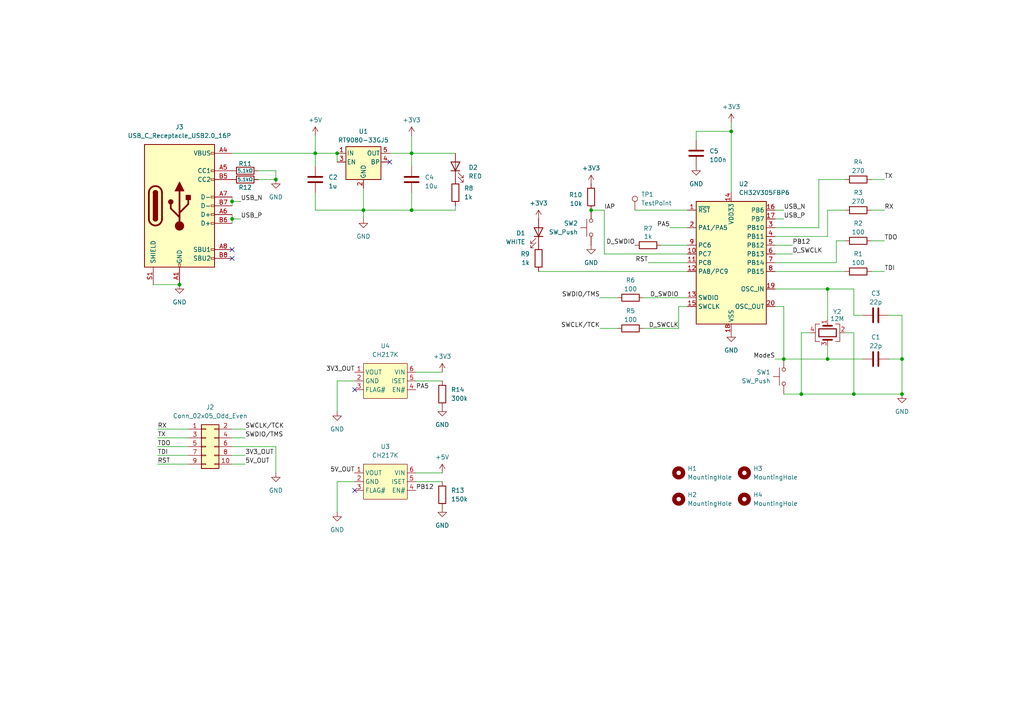
<source format=kicad_sch>
(kicad_sch (version 20231120) (generator "eeschema") (generator_version "8.0")
  (paper "A4")
  (title_block (title "WCH-LinkE Clone") (rev "v1.1.0"))
  (lib_symbols
    (symbol "CH217K:CH217K"
      (property "Reference" "U" (at 0 8.382 0))
      (property "Value" "CH217K" (at 0 6.35 0))
      (symbol "CH217K_1_1"
        (rectangle (start -6.35 5.08) (end 6.35 -5.08) (fill (type background)))
        (pin power_out line (at -8.89 2.54 0) (length 2.54) (name "VOUT") (number "1"))
        (pin power_in line (at -8.89 0 0) (length 2.54) (name "GND") (number "2"))
        (pin input line (at -8.89 -2.54 0) (length 2.54) (name "FLAG#") (number "3"))
        (pin input line (at 8.89 -2.54 180) (length 2.54) (name "EN#") (number "4"))
        (pin input line (at 8.89 0 180) (length 2.54) (name "ISET") (number "5"))
        (pin power_in line (at 8.89 2.54 180) (length 2.54) (name "VIN") (number "6"))
      )
    )
    (symbol "Connector:TestPoint" (pin_numbers hide) (pin_names (offset 0.762) hide)
      (property "Reference" "TP" (at 0 6.858 0))
      (property "Value" "TestPoint" (at 0 5.08 0))
      (symbol "TestPoint_0_1"
        (circle (center 0 3.302) (radius 0.762))
      )
      (symbol "TestPoint_1_1"
        (pin passive line (at 0 0 90) (length 2.54) (name "1") (number "1"))
      )
    )
    (symbol "Connector:USB_C_Receptacle_USB2.0_16P" (pin_names (offset 1.016))
      (property "Reference" "J" (at 0 22.225 0))
      (property "Value" "USB_C_Receptacle_USB2.0_16P" (at 0 19.685 0))
      (symbol "USB_C_Receptacle_USB2.0_16P_0_0"
        (rectangle (start -0.254 -17.78) (end 0.254 -16.764))
        (rectangle (start 10.16 -14.986) (end 9.144 -15.494))
        (rectangle (start 10.16 -12.446) (end 9.144 -12.954))
        (rectangle (start 10.16 -4.826) (end 9.144 -5.334))
        (rectangle (start 10.16 -2.286) (end 9.144 -2.794))
        (rectangle (start 10.16 0.254) (end 9.144 -0.254))
        (rectangle (start 10.16 2.794) (end 9.144 2.286))
        (rectangle (start 10.16 7.874) (end 9.144 7.366))
        (rectangle (start 10.16 10.414) (end 9.144 9.906))
        (rectangle (start 10.16 15.494) (end 9.144 14.986))
      )
      (symbol "USB_C_Receptacle_USB2.0_16P_0_1"
        (rectangle (start -10.16 17.78) (end 10.16 -17.78) (stroke (width 0.254)) (fill (type background)))
        (arc (start -8.89 -3.81) (mid -6.985 -5.7067) (end -5.08 -3.81) (stroke (width 0.508)))
        (arc (start -7.62 -3.81) (mid -6.985 -4.4423) (end -6.35 -3.81) (stroke (width 0.254)))
        (arc (start -7.62 -3.81) (mid -6.985 -4.4423) (end -6.35 -3.81) (stroke (width 0.254)) (fill (type outline)))
        (rectangle (start -7.62 -3.81) (end -6.35 3.81) (stroke (width 0.254)) (fill (type outline)))
        (arc (start -6.35 3.81) (mid -6.985 4.4423) (end -7.62 3.81) (stroke (width 0.254)))
        (arc (start -6.35 3.81) (mid -6.985 4.4423) (end -7.62 3.81) (stroke (width 0.254)) (fill (type outline)))
        (arc (start -5.08 3.81) (mid -6.985 5.7067) (end -8.89 3.81) (stroke (width 0.508)))
        (circle (center -2.54 1.143) (radius 0.635) (stroke (width 0.254)) (fill (type outline)))
        (circle (center 0 -5.842) (radius 1.27) (fill (type outline)))
        (polyline (pts (xy -8.89 -3.81) (xy -8.89 3.81)) (stroke (width 0.508)))
        (polyline (pts (xy -5.08 3.81) (xy -5.08 -3.81)) (stroke (width 0.508)))
        (polyline (pts (xy 0 -5.842) (xy 0 4.318)) (stroke (width 0.508)))
        (polyline (pts (xy 0 -3.302) (xy -2.54 -0.762) (xy -2.54 0.508)) (stroke (width 0.508)))
        (polyline (pts (xy 0 -2.032) (xy 2.54 0.508) (xy 2.54 1.778)) (stroke (width 0.508)))
        (polyline (pts (xy -1.27 4.318) (xy 0 6.858) (xy 1.27 4.318) (xy -1.27 4.318)) (stroke (width 0.254)) (fill (type outline)))
        (rectangle (start 1.905 1.778) (end 3.175 3.048) (stroke (width 0.254)) (fill (type outline)))
      )
      (symbol "USB_C_Receptacle_USB2.0_16P_1_1"
        (pin passive line (at 0 -22.86 90) (length 5.08) (name "GND") (number "A1"))
        (pin passive line (at 0 -22.86 90) (length 5.08) hide (name "GND") (number "A12"))
        (pin passive line (at 15.24 15.24 180) (length 5.08) (name "VBUS") (number "A4"))
        (pin bidirectional line (at 15.24 10.16 180) (length 5.08) (name "CC1") (number "A5"))
        (pin bidirectional line (at 15.24 -2.54 180) (length 5.08) (name "D+") (number "A6"))
        (pin bidirectional line (at 15.24 2.54 180) (length 5.08) (name "D-") (number "A7"))
        (pin bidirectional line (at 15.24 -12.7 180) (length 5.08) (name "SBU1") (number "A8"))
        (pin passive line (at 15.24 15.24 180) (length 5.08) hide (name "VBUS") (number "A9"))
        (pin passive line (at 0 -22.86 90) (length 5.08) hide (name "GND") (number "B1"))
        (pin passive line (at 0 -22.86 90) (length 5.08) hide (name "GND") (number "B12"))
        (pin passive line (at 15.24 15.24 180) (length 5.08) hide (name "VBUS") (number "B4"))
        (pin bidirectional line (at 15.24 7.62 180) (length 5.08) (name "CC2") (number "B5"))
        (pin bidirectional line (at 15.24 -5.08 180) (length 5.08) (name "D+") (number "B6"))
        (pin bidirectional line (at 15.24 0 180) (length 5.08) (name "D-") (number "B7"))
        (pin bidirectional line (at 15.24 -15.24 180) (length 5.08) (name "SBU2") (number "B8"))
        (pin passive line (at 15.24 15.24 180) (length 5.08) hide (name "VBUS") (number "B9"))
        (pin passive line (at -7.62 -22.86 90) (length 5.08) (name "SHIELD") (number "S1"))
      )
    )
    (symbol "Connector_Generic:Conn_02x05_Odd_Even" (pin_names (offset 1.016) hide)
      (property "Reference" "J" (at 1.27 7.62 0))
      (property "Value" "Conn_02x05_Odd_Even" (at 1.27 -7.62 0))
      (symbol "Conn_02x05_Odd_Even_1_1"
        (rectangle (start -1.27 -4.953) (end 0 -5.207) (stroke (width 0.1524)))
        (rectangle (start -1.27 -2.413) (end 0 -2.667) (stroke (width 0.1524)))
        (rectangle (start -1.27 0.127) (end 0 -0.127) (stroke (width 0.1524)))
        (rectangle (start -1.27 2.667) (end 0 2.413) (stroke (width 0.1524)))
        (rectangle (start -1.27 5.207) (end 0 4.953) (stroke (width 0.1524)))
        (rectangle (start -1.27 6.35) (end 3.81 -6.35) (stroke (width 0.254)) (fill (type background)))
        (rectangle (start 3.81 -4.953) (end 2.54 -5.207) (stroke (width 0.1524)))
        (rectangle (start 3.81 -2.413) (end 2.54 -2.667) (stroke (width 0.1524)))
        (rectangle (start 3.81 0.127) (end 2.54 -0.127) (stroke (width 0.1524)))
        (rectangle (start 3.81 2.667) (end 2.54 2.413) (stroke (width 0.1524)))
        (rectangle (start 3.81 5.207) (end 2.54 4.953) (stroke (width 0.1524)))
        (pin passive line (at -5.08 5.08 0) (length 3.81) (name "Pin_1") (number "1"))
        (pin passive line (at 7.62 -5.08 180) (length 3.81) (name "Pin_10") (number "10"))
        (pin passive line (at 7.62 5.08 180) (length 3.81) (name "Pin_2") (number "2"))
        (pin passive line (at -5.08 2.54 0) (length 3.81) (name "Pin_3") (number "3"))
        (pin passive line (at 7.62 2.54 180) (length 3.81) (name "Pin_4") (number "4"))
        (pin passive line (at -5.08 0 0) (length 3.81) (name "Pin_5") (number "5"))
        (pin passive line (at 7.62 0 180) (length 3.81) (name "Pin_6") (number "6"))
        (pin passive line (at -5.08 -2.54 0) (length 3.81) (name "Pin_7") (number "7"))
        (pin passive line (at 7.62 -2.54 180) (length 3.81) (name "Pin_8") (number "8"))
        (pin passive line (at -5.08 -5.08 0) (length 3.81) (name "Pin_9") (number "9"))
      )
    )
    (symbol "Device:C" (pin_numbers hide) (pin_names (offset 0.254))
      (property "Reference" "C" (at 0.635 2.54 0))
      (property "Value" "C" (at 0.635 -2.54 0))
      (symbol "C_0_1"
        (polyline (pts (xy -2.032 -0.762) (xy 2.032 -0.762)) (stroke (width 0.508)))
        (polyline (pts (xy -2.032 0.762) (xy 2.032 0.762)) (stroke (width 0.508)))
      )
      (symbol "C_1_1"
        (pin passive line (at 0 3.81 270) (length 2.794) (name "~") (number "1"))
        (pin passive line (at 0 -3.81 90) (length 2.794) (name "~") (number "2"))
      )
    )
    (symbol "Device:Crystal_GND24" (pin_names (offset 1.016) hide)
      (property "Reference" "Y" (at 3.175 5.08 0))
      (property "Value" "Crystal_GND24" (at 3.175 3.175 0))
      (symbol "Crystal_GND24_0_1"
        (rectangle (start -1.143 2.54) (end 1.143 -2.54) (stroke (width 0.3048)))
        (polyline (pts (xy -2.54 0) (xy -2.032 0)))
        (polyline (pts (xy -2.032 -1.27) (xy -2.032 1.27)) (stroke (width 0.508)))
        (polyline (pts (xy 0 -3.81) (xy 0 -3.556)))
        (polyline (pts (xy 0 3.556) (xy 0 3.81)))
        (polyline (pts (xy 2.032 -1.27) (xy 2.032 1.27)) (stroke (width 0.508)))
        (polyline (pts (xy 2.032 0) (xy 2.54 0)))
        (polyline (pts (xy -2.54 -2.286) (xy -2.54 -3.556) (xy 2.54 -3.556) (xy 2.54 -2.286)))
        (polyline (pts (xy -2.54 2.286) (xy -2.54 3.556) (xy 2.54 3.556) (xy 2.54 2.286)))
      )
      (symbol "Crystal_GND24_1_1"
        (pin passive line (at -3.81 0 0) (length 1.27) (name "1") (number "1"))
        (pin passive line (at 0 5.08 270) (length 1.27) (name "2") (number "2"))
        (pin passive line (at 3.81 0 180) (length 1.27) (name "3") (number "3"))
        (pin passive line (at 0 -5.08 90) (length 1.27) (name "4") (number "4"))
      )
    )
    (symbol "Device:LED" (pin_numbers hide) (pin_names (offset 1.016) hide)
      (property "Reference" "D" (at 0 2.54 0))
      (property "Value" "LED" (at 0 -2.54 0))
      (symbol "LED_0_1"
        (polyline (pts (xy -1.27 -1.27) (xy -1.27 1.27)) (stroke (width 0.254)))
        (polyline (pts (xy -1.27 0) (xy 1.27 0)))
        (polyline (pts (xy 1.27 -1.27) (xy 1.27 1.27) (xy -1.27 0) (xy 1.27 -1.27)) (stroke (width 0.254)))
        (polyline (pts (xy -3.048 -0.762) (xy -4.572 -2.286) (xy -3.81 -2.286) (xy -4.572 -2.286) (xy -4.572 -1.524)))
        (polyline (pts (xy -1.778 -0.762) (xy -3.302 -2.286) (xy -2.54 -2.286) (xy -3.302 -2.286) (xy -3.302 -1.524)))
      )
      (symbol "LED_1_1"
        (pin passive line (at -3.81 0 0) (length 2.54) (name "K") (number "1"))
        (pin passive line (at 3.81 0 180) (length 2.54) (name "A") (number "2"))
      )
    )
    (symbol "Device:R" (pin_numbers hide) (pin_names (offset 0))
      (property "Reference" "R" (at 2.032 0 90))
      (property "Value" "R" (at 0 0 90))
      (symbol "R_0_1"
        (rectangle (start -1.016 -2.54) (end 1.016 2.54) (stroke (width 0.254)))
      )
      (symbol "R_1_1"
        (pin passive line (at 0 3.81 270) (length 1.27) (name "~") (number "1"))
        (pin passive line (at 0 -3.81 90) (length 1.27) (name "~") (number "2"))
      )
    )
    (symbol "MCU_WCH_CH32V3:CH32V30xFxPx"
      (property "Reference" "U" (at -10.16 20.32 0))
      (property "Value" "CH32V30xFxPx" (at 2.54 20.32 0))
      (symbol "CH32V30xFxPx_1_1"
        (rectangle (start -10.16 17.78) (end 10.16 -17.78) (stroke (width 0.254)) (fill (type background)))
        (pin input line (at -12.7 15.24 0) (length 2.54) (name "~{RST}") (number "1"))
        (pin bidirectional line (at -12.7 2.54 0) (length 2.54) (name "PC7") (number "10"))
        (pin bidirectional line (at -12.7 0 0) (length 2.54) (name "PC8") (number "11"))
        (pin bidirectional line (at -12.7 -2.54 0) (length 2.54) (name "PA8/PC9") (number "12"))
        (pin bidirectional line (at -12.7 -10.16 0) (length 2.54) (name "SWDIO") (number "13"))
        (pin power_in line (at 0 20.32 270) (length 2.54) (name "VDD33") (number "14"))
        (pin bidirectional line (at -12.7 -12.7 0) (length 2.54) (name "SWCLK") (number "15"))
        (pin bidirectional line (at 12.7 15.24 180) (length 2.54) (name "PB6") (number "16"))
        (pin bidirectional line (at 12.7 12.7 180) (length 2.54) (name "PB7") (number "17"))
        (pin power_in line (at 0 -20.32 90) (length 2.54) (name "VSS") (number "18"))
        (pin bidirectional line (at 12.7 -7.62 180) (length 2.54) (name "OSC_IN") (number "19"))
        (pin bidirectional line (at -12.7 10.16 0) (length 2.54) (name "PA1/PA5") (number "2"))
        (pin bidirectional line (at 12.7 -12.7 180) (length 2.54) (name "OSC_OUT") (number "20"))
        (pin bidirectional line (at 12.7 10.16 180) (length 2.54) (name "PB10") (number "3"))
        (pin bidirectional line (at 12.7 7.62 180) (length 2.54) (name "PB11") (number "4"))
        (pin bidirectional line (at 12.7 5.08 180) (length 2.54) (name "PB12") (number "5"))
        (pin bidirectional line (at 12.7 2.54 180) (length 2.54) (name "PB13") (number "6"))
        (pin bidirectional line (at 12.7 0 180) (length 2.54) (name "PB14") (number "7"))
        (pin bidirectional line (at 12.7 -2.54 180) (length 2.54) (name "PB15") (number "8"))
        (pin bidirectional line (at -12.7 5.08 0) (length 2.54) (name "PC6") (number "9"))
      )
    )
    (symbol "Mechanical:MountingHole" (pin_names (offset 1.016)) (exclude_from_sim yes) (in_bom no)
      (property "Reference" "H" (at 0 5.08 0))
      (property "Value" "MountingHole" (at 0 3.175 0))
      (symbol "MountingHole_0_1"
        (circle (center 0 0) (radius 1.27) (stroke (width 1.27)))
      )
    )
    (symbol "Regulator_Linear:SPX3819M5-L-3-3" (pin_names (offset 0.254))
      (property "Reference" "U" (at -3.81 5.715 0))
      (property "Value" "SPX3819M5-L-3-3" (at 0 5.715 0))
      (symbol "SPX3819M5-L-3-3_0_1"
        (rectangle (start -5.08 4.445) (end 5.08 -5.08) (stroke (width 0.254)) (fill (type background)))
      )
      (symbol "SPX3819M5-L-3-3_1_1"
        (pin power_in line (at -7.62 2.54 0) (length 2.54) (name "IN") (number "1"))
        (pin power_in line (at 0 -7.62 90) (length 2.54) (name "GND") (number "2"))
        (pin input line (at -7.62 0 0) (length 2.54) (name "EN") (number "3"))
        (pin input line (at 7.62 0 180) (length 2.54) (name "BP") (number "4"))
        (pin power_out line (at 7.62 2.54 180) (length 2.54) (name "OUT") (number "5"))
      )
    )
    (symbol "Switch:SW_Push" (pin_numbers hide) (pin_names (offset 1.016) hide)
      (property "Reference" "SW" (at 1.27 2.54 0))
      (property "Value" "SW_Push" (at 0 -1.524 0))
      (symbol "SW_Push_0_1"
        (circle (center -2.032 0) (radius 0.508))
        (polyline (pts (xy 0 1.27) (xy 0 3.048)))
        (polyline (pts (xy 2.54 1.27) (xy -2.54 1.27)))
        (circle (center 2.032 0) (radius 0.508))
        (pin passive line (at -5.08 0 0) (length 2.54) (name "1") (number "1"))
        (pin passive line (at 5.08 0 180) (length 2.54) (name "2") (number "2"))
      )
    )
    (symbol "power:+3V3" (power) (pin_numbers hide) (pin_names (offset 0) hide)
      (property "Value" "+3V3" (at 0 3.556 0))
      (symbol "+3V3_0_1"
        (polyline (pts (xy -0.762 1.27) (xy 0 2.54)))
        (polyline (pts (xy 0 0) (xy 0 2.54)))
        (polyline (pts (xy 0 2.54) (xy 0.762 1.27)))
      )
      (symbol "+3V3_1_1"
        (pin power_in line (at 0 0 90) (length 0) (name "~") (number "1"))
      )
    )
    (symbol "power:+5V" (power) (pin_numbers hide) (pin_names (offset 0) hide)
      (property "Value" "+5V" (at 0 3.556 0))
      (symbol "+5V_0_1"
        (polyline (pts (xy -0.762 1.27) (xy 0 2.54)))
        (polyline (pts (xy 0 0) (xy 0 2.54)))
        (polyline (pts (xy 0 2.54) (xy 0.762 1.27)))
      )
      (symbol "+5V_1_1"
        (pin power_in line (at 0 0 90) (length 0) (name "~") (number "1"))
      )
    )
    (symbol "power:GND" (power) (pin_numbers hide) (pin_names (offset 0) hide)
      (property "Value" "GND" (at 0 -3.81 0))
      (symbol "GND_0_1"
        (polyline (pts (xy 0 0) (xy 0 -1.27) (xy 1.27 -1.27) (xy 0 -2.54) (xy -1.27 -1.27) (xy 0 -1.27)))
      )
      (symbol "GND_1_1"
        (pin power_in line (at 0 0 270) (length 0) (name "~") (number "1"))
      )
    )
  )
  (junction (at 105.41 60.96))
  (junction (at 227.33 104.14))
  (junction (at 261.62 114.3))
  (junction (at 67.31 58.42))
  (junction (at 52.07 82.55))
  (junction (at 91.44 44.45))
  (junction (at 212.09 38.1))
  (junction (at 67.31 63.5))
  (junction (at 119.38 44.45))
  (junction (at 80.01 52.07))
  (junction (at 261.62 104.14))
  (junction (at 240.03 104.14))
  (junction (at 247.65 114.3))
  (junction (at 97.79 44.45))
  (junction (at 171.45 60.96))
  (junction (at 119.38 60.96))
  (junction (at 240.03 83.82))
  (junction (at 232.41 114.3))
  (no_connect (at 113.03 46.99))
  (no_connect (at 67.31 72.39))
  (no_connect (at 102.87 142.24))
  (no_connect (at 67.31 74.93))
  (no_connect (at 102.87 113.03))
  (wire (pts (xy 132.08 59.69) (xy 132.08 60.96)))
  (wire (pts (xy 245.11 96.52) (xy 247.65 96.52)))
  (wire (pts (xy 91.44 44.45) (xy 97.79 44.45)))
  (wire (pts (xy 247.65 114.3) (xy 261.62 114.3)))
  (wire (pts (xy 212.09 38.1) (xy 212.09 55.88)))
  (wire (pts (xy 156.21 78.74) (xy 199.39 78.74)))
  (wire (pts (xy 224.79 104.14) (xy 227.33 104.14)))
  (wire (pts (xy 45.72 134.62) (xy 54.61 134.62)))
  (wire (pts (xy 175.26 60.96) (xy 171.45 60.96)))
  (wire (pts (xy 67.31 134.62) (xy 71.12 134.62)))
  (wire (pts (xy 97.79 110.49) (xy 102.87 110.49)))
  (wire (pts (xy 194.31 66.04) (xy 199.39 66.04)))
  (wire (pts (xy 119.38 55.88) (xy 119.38 60.96)))
  (wire (pts (xy 97.79 148.59) (xy 97.79 139.7)))
  (wire (pts (xy 113.03 44.45) (xy 119.38 44.45)))
  (wire (pts (xy 196.85 95.25) (xy 196.85 88.9)))
  (wire (pts (xy 45.72 132.08) (xy 54.61 132.08)))
  (wire (pts (xy 256.54 78.74) (xy 252.73 78.74)))
  (wire (pts (xy 224.79 66.04) (xy 237.49 66.04)))
  (wire (pts (xy 227.33 104.14) (xy 240.03 104.14)))
  (wire (pts (xy 69.85 63.5) (xy 67.31 63.5)))
  (wire (pts (xy 227.33 88.9) (xy 224.79 88.9)))
  (wire (pts (xy 247.65 96.52) (xy 247.65 114.3)))
  (wire (pts (xy 240.03 83.82) (xy 247.65 83.82)))
  (wire (pts (xy 105.41 63.5) (xy 105.41 60.96)))
  (wire (pts (xy 67.31 132.08) (xy 71.12 132.08)))
  (wire (pts (xy 119.38 44.45) (xy 132.08 44.45)))
  (wire (pts (xy 67.31 63.5) (xy 67.31 64.77)))
  (wire (pts (xy 71.12 124.46) (xy 67.31 124.46)))
  (wire (pts (xy 105.41 54.61) (xy 105.41 60.96)))
  (wire (pts (xy 67.31 62.23) (xy 67.31 63.5)))
  (wire (pts (xy 175.26 73.66) (xy 199.39 73.66)))
  (wire (pts (xy 45.72 127) (xy 54.61 127)))
  (wire (pts (xy 227.33 88.9) (xy 227.33 104.14)))
  (wire (pts (xy 247.65 91.44) (xy 250.19 91.44)))
  (wire (pts (xy 119.38 60.96) (xy 132.08 60.96)))
  (wire (pts (xy 91.44 39.37) (xy 91.44 44.45)))
  (wire (pts (xy 240.03 100.33) (xy 240.03 104.14)))
  (wire (pts (xy 45.72 129.54) (xy 54.61 129.54)))
  (wire (pts (xy 232.41 96.52) (xy 232.41 114.3)))
  (wire (pts (xy 240.03 68.58) (xy 224.79 68.58)))
  (wire (pts (xy 128.27 139.7) (xy 120.65 139.7)))
  (wire (pts (xy 67.31 129.54) (xy 80.01 129.54)))
  (wire (pts (xy 128.27 107.95) (xy 120.65 107.95)))
  (wire (pts (xy 67.31 58.42) (xy 67.31 59.69)))
  (wire (pts (xy 97.79 139.7) (xy 102.87 139.7)))
  (wire (pts (xy 227.33 60.96) (xy 224.79 60.96)))
  (wire (pts (xy 186.69 86.36) (xy 199.39 86.36)))
  (wire (pts (xy 232.41 114.3) (xy 247.65 114.3)))
  (wire (pts (xy 187.96 76.2) (xy 199.39 76.2)))
  (wire (pts (xy 97.79 119.38) (xy 97.79 110.49)))
  (wire (pts (xy 128.27 110.49) (xy 120.65 110.49)))
  (wire (pts (xy 237.49 52.07) (xy 237.49 66.04)))
  (wire (pts (xy 119.38 39.37) (xy 119.38 44.45)))
  (wire (pts (xy 80.01 52.07) (xy 74.93 52.07)))
  (wire (pts (xy 240.03 83.82) (xy 240.03 92.71)))
  (wire (pts (xy 45.72 124.46) (xy 54.61 124.46)))
  (wire (pts (xy 67.31 44.45) (xy 91.44 44.45)))
  (wire (pts (xy 67.31 57.15) (xy 67.31 58.42)))
  (wire (pts (xy 227.33 63.5) (xy 224.79 63.5)))
  (wire (pts (xy 201.93 38.1) (xy 212.09 38.1)))
  (wire (pts (xy 252.73 52.07) (xy 256.54 52.07)))
  (wire (pts (xy 119.38 44.45) (xy 119.38 48.26)))
  (wire (pts (xy 240.03 60.96) (xy 240.03 68.58)))
  (wire (pts (xy 227.33 114.3) (xy 232.41 114.3)))
  (wire (pts (xy 175.26 73.66) (xy 175.26 60.96)))
  (wire (pts (xy 261.62 91.44) (xy 261.62 104.14)))
  (wire (pts (xy 97.79 44.45) (xy 97.79 46.99)))
  (wire (pts (xy 91.44 60.96) (xy 105.41 60.96)))
  (wire (pts (xy 245.11 69.85) (xy 242.57 69.85)))
  (wire (pts (xy 179.07 86.36) (xy 173.99 86.36)))
  (wire (pts (xy 242.57 76.2) (xy 224.79 76.2)))
  (wire (pts (xy 128.27 137.16) (xy 120.65 137.16)))
  (wire (pts (xy 69.85 58.42) (xy 67.31 58.42)))
  (wire (pts (xy 67.31 127) (xy 71.12 127)))
  (wire (pts (xy 105.41 60.96) (xy 119.38 60.96)))
  (wire (pts (xy 80.01 49.53) (xy 80.01 52.07)))
  (wire (pts (xy 247.65 83.82) (xy 247.65 91.44)))
  (wire (pts (xy 261.62 91.44) (xy 257.81 91.44)))
  (wire (pts (xy 232.41 96.52) (xy 234.95 96.52)))
  (wire (pts (xy 91.44 55.88) (xy 91.44 60.96)))
  (wire (pts (xy 240.03 104.14) (xy 250.19 104.14)))
  (wire (pts (xy 237.49 52.07) (xy 245.11 52.07)))
  (wire (pts (xy 229.87 71.12) (xy 224.79 71.12)))
  (wire (pts (xy 44.45 82.55) (xy 52.07 82.55)))
  (wire (pts (xy 229.87 73.66) (xy 224.79 73.66)))
  (wire (pts (xy 196.85 88.9) (xy 199.39 88.9)))
  (wire (pts (xy 173.99 95.25) (xy 179.07 95.25)))
  (wire (pts (xy 80.01 129.54) (xy 80.01 137.16)))
  (wire (pts (xy 261.62 104.14) (xy 257.81 104.14)))
  (wire (pts (xy 186.69 95.25) (xy 196.85 95.25)))
  (wire (pts (xy 184.15 60.96) (xy 199.39 60.96)))
  (wire (pts (xy 91.44 44.45) (xy 91.44 48.26)))
  (wire (pts (xy 80.01 49.53) (xy 74.93 49.53)))
  (wire (pts (xy 212.09 35.56) (xy 212.09 38.1)))
  (wire (pts (xy 242.57 69.85) (xy 242.57 76.2)))
  (wire (pts (xy 252.73 69.85) (xy 256.54 69.85)))
  (wire (pts (xy 191.77 71.12) (xy 199.39 71.12)))
  (wire (pts (xy 245.11 60.96) (xy 240.03 60.96)))
  (wire (pts (xy 261.62 104.14) (xy 261.62 114.3)))
  (wire (pts (xy 224.79 83.82) (xy 240.03 83.82)))
  (wire (pts (xy 201.93 38.1) (xy 201.93 40.64)))
  (wire (pts (xy 245.11 78.74) (xy 224.79 78.74)))
  (wire (pts (xy 252.73 60.96) (xy 256.54 60.96)))
  (label "D_SWDIO" (at 184.15 71.12 180))
  (label "SWDIO{slash}TMS" (at 173.99 86.36 180))
  (label "5V_OUT" (at 102.87 137.16 180))
  (label "RST" (at 45.72 134.62 0))
  (label "SWCLK{slash}TCK" (at 173.99 95.25 180))
  (label "ModeS" (at 224.79 104.14 180))
  (label "USB_N" (at 69.85 58.42 0))
  (label "RST" (at 187.96 76.2 180))
  (label "D_SWDIO" (at 196.85 86.36 180))
  (label "TX" (at 256.54 52.07 0))
  (label "PB12" (at 229.87 71.12 0))
  (label "USB_N" (at 227.33 60.96 0))
  (label "TDO" (at 45.72 129.54 0))
  (label "3V3_OUT" (at 102.87 107.95 180))
  (label "RX" (at 256.54 60.96 0))
  (label "TX" (at 45.72 127 0))
  (label "USB_P" (at 227.33 63.5 0))
  (label "RX" (at 45.72 124.46 0))
  (label "PA5" (at 120.65 113.03 0))
  (label "PB12" (at 120.65 142.24 0))
  (label "USB_P" (at 69.85 63.5 0))
  (label "SWCLK{slash}TCK" (at 71.12 124.46 0))
  (label "TDI" (at 256.54 78.74 0))
  (label "D_SWCLK" (at 196.85 95.25 180))
  (label "D_SWCLK" (at 229.87 73.66 0))
  (label "PA5" (at 194.31 66.04 180))
  (label "IAP" (at 175.26 60.96 0))
  (label "TDO" (at 256.54 69.85 0))
  (label "TDI" (at 45.72 132.08 0))
  (label "3V3_OUT" (at 71.12 132.08 0))
  (label "SWDIO{slash}TMS" (at 71.12 127 0))
  (label "5V_OUT" (at 71.12 134.62 0))
  (symbol (lib_id "Device:R") (at 128.27 143.51 0) (unit 1)
    (property "Reference" "R13" (at 130.81 142.2399 0) (effects (justify left)))
    (property "Value" "150k" (at 130.81 144.7799 0) (effects (justify left)))
    (property "Footprint" "Resistor_SMD:R_0603_1608Metric" (effects (hide yes)))
    (property "LCSC" "C22807" (effects (hide yes)))
  )
  (symbol (lib_id "Device:R") (at 248.92 60.96 90) (mirror x) (unit 1)
    (property "Reference" "R3" (at 248.92 55.88 90))
    (property "Value" "270" (at 248.92 58.42 90))
    (property "Footprint" "Resistor_SMD:R_0603_1608Metric" (effects (hide yes)))
    (property "LCSC" "C22966" (effects (hide yes)))
  )
  (symbol (lib_id "CH217K:CH217K") (at 111.76 110.49 0) (unit 1)
    (property "Reference" "U4" (at 111.76 100.33 0))
    (property "Value" "CH217K" (at 111.76 102.87 0))
    (property "Footprint" "Package_TO_SOT_SMD:SOT-23-6" (effects (hide yes)))
    (property "Datasheet" "https://akizukidenshi.com/goodsaffix/CH217.pdf" (effects (hide yes)))
    (property "Description" "SOT-23-6 Power Distribution Switches ROHS" (effects (hide yes)))
    (property "LCSC" "C7462749" (effects (hide yes)))
    (property "JLCPCB Rotation Offset" "90" (effects (hide yes)))
  )
  (symbol (lib_id "Device:R") (at 132.08 55.88 0) (unit 1)
    (property "Reference" "R8" (at 134.62 54.61 0) (effects (justify left)))
    (property "Value" "1k" (at 134.62 57.15 0) (effects (justify left)))
    (property "Footprint" "Resistor_SMD:R_0402_1005Metric" (effects (hide yes)))
    (property "LCSC" "C11702" (effects (hide yes)))
  )
  (symbol (lib_id "Device:C") (at 254 104.14 270) (unit 1)
    (property "Reference" "C1" (at 254 97.79 90))
    (property "Value" "22p" (at 254 100.33 90))
    (property "Footprint" "Capacitor_SMD:C_0402_1005Metric" (effects (hide yes)))
    (property "LCSC" "C1555" (effects (hide yes)))
  )
  (symbol (lib_id "Device:R") (at 187.96 71.12 90) (unit 1)
    (property "Reference" "R7" (at 187.96 66.294 90))
    (property "Value" "1k" (at 187.96 68.58 90))
    (property "Footprint" "Resistor_SMD:R_0402_1005Metric" (effects (hide yes)))
    (property "LCSC" "C11702" (effects (hide yes)))
  )
  (symbol (lib_id "Connector:TestPoint") (at 184.15 60.96 0) (unit 1) (in_bom no)
    (property "Reference" "TP1" (at 185.928 56.388 0) (effects (justify left)))
    (property "Value" "TestPoint" (at 185.928 58.928 0) (effects (justify left)))
    (property "Footprint" "TestPoint:TestPoint_Pad_D1.5mm" (effects (hide yes)))
    (property "Description" "test point" (effects (hide yes)))
  )
  (symbol (lib_id "Device:C") (at 254 91.44 270) (unit 1)
    (property "Reference" "C3" (at 254 85.09 90))
    (property "Value" "22p" (at 254 87.63 90))
    (property "Footprint" "Capacitor_SMD:C_0402_1005Metric" (effects (hide yes)))
    (property "LCSC" "C1555" (effects (hide yes)))
  )
  (symbol (lib_id "Regulator_Linear:SPX3819M5-L-3-3") (at 105.41 46.99 0) (unit 1)
    (property "Reference" "U1" (at 105.41 38.1 0))
    (property "Value" "RT9080-33GJ5" (at 105.41 40.64 0))
    (property "Footprint" "Package_TO_SOT_SMD:TSOT-23-5" (effects (hide yes)))
    (property "Datasheet" "https://www.lcsc.com/datasheet/lcsc_datasheet_2009192305_Richtek-Tech-RT9080-33GJ5_C841192.pdf" (effects (hide yes)))
    (property "Description" "600mA Low drop-out regulator, Fixed Output 3.3V, TSOT-23-5" (effects (hide yes)))
    (property "LCSC" "C841192" (effects (hide yes)))
    (property "JLCPCB Rotation Offset" "90" (effects (hide yes)))
  )
  (symbol (lib_id "power:GND") (at 52.07 82.55 0) (unit 1)
    (property "Reference" "#PWR05" (effects (hide yes)))
    (property "Value" "GND" (at 52.07 87.63 0))
  )
  (symbol (lib_id "power:+3V3") (at 119.38 39.37 0) (unit 1)
    (property "Reference" "#PWR018" (effects (hide yes)))
    (property "Value" "+3V3" (at 119.38 34.798 0))
    (property "Description" "Power symbol creates a global label with name \"+3V3\"" (effects (hide yes)))
  )
  (symbol (lib_id "power:GND") (at 201.93 48.26 0) (unit 1)
    (property "Reference" "#PWR010" (effects (hide yes)))
    (property "Value" "GND" (at 201.93 53.34 0))
    (property "Description" "Power symbol creates a global label with name \"GND\" , ground" (effects (hide yes)))
  )
  (symbol (lib_id "Device:R") (at 71.12 49.53 270) (unit 1)
    (property "Reference" "R11" (at 71.12 47.498 90))
    (property "Value" "5.1kΩ" (at 71.12 49.53 90) (effects (font (size 1.016 1.016))))
    (property "Footprint" "Resistor_SMD:R_0402_1005Metric" (effects (hide yes)))
    (property "LCSC" "C25905" (effects (hide yes)))
  )
  (symbol (lib_id "Device:R") (at 71.12 52.07 270) (unit 1)
    (property "Reference" "R12" (at 71.12 54.356 90))
    (property "Value" "5.1kΩ" (at 71.12 52.07 90) (effects (font (size 1.016 1.016))))
    (property "Footprint" "Resistor_SMD:R_0402_1005Metric" (effects (hide yes)))
    (property "LCSC" "C25905" (effects (hide yes)))
  )
  (symbol (lib_id "power:GND") (at 105.41 63.5 0) (unit 1)
    (property "Reference" "#PWR016" (effects (hide yes)))
    (property "Value" "GND" (at 105.41 68.58 0))
    (property "Description" "Power symbol creates a global label with name \"GND\" , ground" (effects (hide yes)))
  )
  (symbol (lib_id "Switch:SW_Push") (at 227.33 109.22 90) (mirror x) (unit 1)
    (property "Reference" "SW1" (at 223.52 107.95 90) (effects (justify left)))
    (property "Value" "SW_Push" (at 223.52 110.49 90) (effects (justify left)))
    (property "Footprint" "Switch:TS-1088-AR02016" (effects (hide yes)))
    (property "LCSC" "C720477" (effects (hide yes)))
  )
  (symbol (lib_id "power:GND") (at 171.45 71.12 0) (unit 1)
    (property "Reference" "#PWR01" (effects (hide yes)))
    (property "Value" "GND" (at 171.45 76.2 0))
    (property "Description" "Power symbol creates a global label with name \"GND\" , ground" (effects (hide yes)))
  )
  (symbol (lib_id "Device:R") (at 128.27 114.3 0) (unit 1)
    (property "Reference" "R14" (at 130.81 113.0299 0) (effects (justify left)))
    (property "Value" "300k" (at 130.81 115.5699 0) (effects (justify left)))
    (property "Footprint" "Resistor_SMD:R_0603_1608Metric" (effects (hide yes)))
    (property "LCSC" "C23024" (effects (hide yes)))
  )
  (symbol (lib_id "Connector_Generic:Conn_02x05_Odd_Even") (at 59.69 129.54 0) (unit 1) (in_bom no)
    (property "Reference" "J2" (at 60.96 118.11 0))
    (property "Value" "Conn_02x05_Odd_Even" (at 60.96 120.65 0))
    (property "Footprint" "Connector:PinHeader_2x05_P2.54mm_Horizontal_SMD" (effects (hide yes)))
    (property "Description" "Generic connector, double row, 02x05, odd/even pin numbering scheme (row 1 odd numbers, row 2 even numbers), script generated (kicad-library-utils/schlib/autogen/connector/)" (effects (hide yes)))
  )
  (symbol (lib_id "Device:C") (at 201.93 44.45 0) (unit 1)
    (property "Reference" "C5" (at 205.74 43.815 0) (effects (justify left)))
    (property "Value" "100n" (at 205.74 46.355 0) (effects (justify left)))
    (property "Footprint" "Capacitor_SMD:C_0402_1005Metric" (effects (hide yes)))
    (property "LCSC" "C1525" (effects (hide yes)))
  )
  (symbol (lib_id "power:+5V") (at 91.44 39.37 0) (unit 1)
    (property "Reference" "#PWR012" (effects (hide yes)))
    (property "Value" "+5V" (at 91.44 34.798 0))
    (property "Description" "Power symbol creates a global label with name \"+5V\"" (effects (hide yes)))
  )
  (symbol (lib_id "Device:C") (at 91.44 52.07 0) (unit 1)
    (property "Reference" "C2" (at 95.25 51.435 0) (effects (justify left)))
    (property "Value" "1u" (at 95.25 53.975 0) (effects (justify left)))
    (property "Footprint" "Capacitor_SMD:C_0402_1005Metric" (effects (hide yes)))
    (property "LCSC" "C52923" (effects (hide yes)))
  )
  (symbol (lib_id "power:+3V3") (at 171.45 53.34 0) (unit 1)
    (property "Reference" "#PWR02" (effects (hide yes)))
    (property "Value" "+3V3" (at 171.45 48.768 0))
    (property "Description" "Power symbol creates a global label with name \"+3V3\"" (effects (hide yes)))
  )
  (symbol (lib_id "Mechanical:MountingHole") (at 215.9 144.78 0) (unit 1) (exclude_from_sim yes) (in_bom no)
    (property "Reference" "H4" (at 218.44 143.5099 0) (effects (justify left)))
    (property "Value" "MountingHole" (at 218.44 146.0499 0) (effects (justify left)))
    (property "Footprint" "Tooling_Hole:Tooling_Hole" (effects (hide yes)))
    (property "Description" "Mounting Hole without connection" (effects (hide yes)))
  )
  (symbol (lib_id "power:GND") (at 128.27 118.11 0) (unit 1)
    (property "Reference" "#PWR017" (effects (hide yes)))
    (property "Value" "GND" (at 128.27 123.19 0))
    (property "Description" "Power symbol creates a global label with name \"GND\" , ground" (effects (hide yes)))
  )
  (symbol (lib_id "Device:LED") (at 132.08 48.26 90) (unit 1)
    (property "Reference" "D2" (at 135.89 48.5775 90) (effects (justify right)))
    (property "Value" "RED" (at 135.89 51.1175 90) (effects (justify right)))
    (property "Footprint" "LED_SMD:LED_0603_1608Metric" (effects (hide yes)))
    (property "LCSC" "C2286" (effects (hide yes)))
  )
  (symbol (lib_id "Switch:SW_Push") (at 171.45 66.04 90) (mirror x) (unit 1)
    (property "Reference" "SW2" (at 167.64 64.77 90) (effects (justify left)))
    (property "Value" "SW_Push" (at 167.64 67.31 90) (effects (justify left)))
    (property "Footprint" "Switch:TS-1088-AR02016" (effects (hide yes)))
    (property "LCSC" "C720477" (effects (hide yes)))
  )
  (symbol (lib_id "power:GND") (at 97.79 119.38 0) (unit 1)
    (property "Reference" "#PWR019" (effects (hide yes)))
    (property "Value" "GND" (at 97.79 124.46 0))
    (property "Description" "Power symbol creates a global label with name \"GND\" , ground" (effects (hide yes)))
  )
  (symbol (lib_id "Device:C") (at 119.38 52.07 0) (unit 1)
    (property "Reference" "C4" (at 123.19 51.435 0) (effects (justify left)))
    (property "Value" "10u" (at 123.19 53.975 0) (effects (justify left)))
    (property "Footprint" "Capacitor_SMD:C_0402_1005Metric" (effects (hide yes)))
    (property "LCSC" "C15525" (effects (hide yes)))
  )
  (symbol (lib_id "power:GND") (at 212.09 96.52 0) (unit 1)
    (property "Reference" "#PWR011" (effects (hide yes)))
    (property "Value" "GND" (at 212.09 101.6 0))
    (property "Description" "Power symbol creates a global label with name \"GND\" , ground" (effects (hide yes)))
  )
  (symbol (lib_id "power:GND") (at 80.01 52.07 0) (unit 1)
    (property "Reference" "#PWR014" (effects (hide yes)))
    (property "Value" "GND" (at 80.01 57.15 0))
  )
  (symbol (lib_id "Mechanical:MountingHole") (at 196.85 144.78 0) (unit 1) (exclude_from_sim yes) (in_bom no)
    (property "Reference" "H2" (at 199.39 143.5099 0) (effects (justify left)))
    (property "Value" "MountingHole" (at 199.39 146.0499 0) (effects (justify left)))
    (property "Footprint" "Tooling_Hole:Tooling_Hole" (effects (hide yes)))
    (property "Description" "Mounting Hole without connection" (effects (hide yes)))
  )
  (symbol (lib_id "power:GND") (at 128.27 147.32 0) (unit 1)
    (property "Reference" "#PWR013" (effects (hide yes)))
    (property "Value" "GND" (at 128.27 152.4 0))
    (property "Description" "Power symbol creates a global label with name \"GND\" , ground" (effects (hide yes)))
  )
  (symbol (lib_id "Device:Crystal_GND24") (at 240.03 96.52 270) (unit 1)
    (property "Reference" "Y2" (at 242.824 90.424 90))
    (property "Value" "12M" (at 242.824 92.456 90))
    (property "Footprint" "Crystal:Crystal_SMD_3225-4Pin_3.2x2.5mm" (effects (hide yes)))
    (property "Description" "Four pin crystal, GND on pins 2 and 4" (effects (hide yes)))
    (property "LCSC" "C9002" (effects (hide yes)))
  )
  (symbol (lib_id "Connector:USB_C_Receptacle_USB2.0_16P") (at 52.07 59.69 0) (unit 1)
    (property "Reference" "J3" (at 52.07 36.83 0))
    (property "Value" "USB_C_Receptacle_USB2.0_16P" (at 52.07 39.37 0))
    (property "Footprint" "Connector_USB:USB_C_Receptacle_G-Switch_GT-USB-7010ASV" (effects (hide yes)))
    (property "Datasheet" "https://www.usb.org/sites/default/files/documents/usb_type-c.zip" (effects (hide yes)))
    (property "Description" "USB 2.0-only 16P Type-C Receptacle connector" (effects (hide yes)))
    (property "LCSC" "C393939" (effects (hide yes)))
    (property "JLCPCB Position Offset" "0, 1.36" (effects (hide yes)))
  )
  (symbol (lib_id "power:+5V") (at 128.27 137.16 0) (unit 1)
    (property "Reference" "#PWR06" (effects (hide yes)))
    (property "Value" "+5V" (at 128.27 132.588 0))
    (property "Description" "Power symbol creates a global label with name \"+5V\"" (effects (hide yes)))
  )
  (symbol (lib_id "Device:R") (at 248.92 52.07 90) (mirror x) (unit 1)
    (property "Reference" "R4" (at 248.92 46.99 90))
    (property "Value" "270" (at 248.92 49.53 90))
    (property "Footprint" "Resistor_SMD:R_0603_1608Metric" (effects (hide yes)))
    (property "LCSC" "C22966" (effects (hide yes)))
  )
  (symbol (lib_id "Device:R") (at 182.88 86.36 270) (unit 1)
    (property "Reference" "R6" (at 182.88 81.28 90))
    (property "Value" "100" (at 182.88 83.82 90))
    (property "Footprint" "Resistor_SMD:R_0402_1005Metric" (effects (hide yes)))
    (property "LCSC" "C25076" (effects (hide yes)))
  )
  (symbol (lib_id "power:+3V3") (at 128.27 107.95 0) (unit 1)
    (property "Reference" "#PWR09" (effects (hide yes)))
    (property "Value" "+3V3" (at 128.27 103.378 0))
    (property "Description" "Power symbol creates a global label with name \"+3V3\"" (effects (hide yes)))
  )
  (symbol (lib_id "MCU_WCH_CH32V3:CH32V30xFxPx") (at 212.09 76.2 0) (unit 1)
    (property "Reference" "U2" (at 214.2841 53.34 0) (effects (justify left)))
    (property "Value" "CH32V305FBP6" (at 214.2841 55.88 0) (effects (justify left)))
    (property "Footprint" "Package_SO:TSSOP-20_4.4x6.5mm_P0.65mm" (effects (hide yes)))
    (property "Datasheet" "http://www.wch-ic.com/products/CH32V307.html?" (effects (hide yes)))
    (property "Description" "The CH32V303/5/7 is an connectivity MCUs based on 32-bit RISC-V core." (effects (hide yes)))
    (property "LCSC" "C5123443" (effects (hide yes)))
  )
  (symbol (lib_id "Device:R") (at 182.88 95.25 270) (unit 1)
    (property "Reference" "R5" (at 182.88 90.17 90))
    (property "Value" "100" (at 182.88 92.71 90))
    (property "Footprint" "Resistor_SMD:R_0402_1005Metric" (effects (hide yes)))
    (property "LCSC" "C25076" (effects (hide yes)))
  )
  (symbol (lib_id "Device:LED") (at 156.21 67.31 270) (mirror x) (unit 1)
    (property "Reference" "D1" (at 152.4 67.6275 90) (effects (justify right)))
    (property "Value" "WHITE" (at 152.4 70.1675 90) (effects (justify right)))
    (property "Footprint" "LED_SMD:LED_0603_1608Metric" (effects (hide yes)))
    (property "LCSC" "C2290" (effects (hide yes)))
  )
  (symbol (lib_id "power:+3V3") (at 156.21 63.5 0) (unit 1)
    (property "Reference" "#PWR04" (effects (hide yes)))
    (property "Value" "+3V3" (at 156.21 58.928 0))
    (property "Description" "Power symbol creates a global label with name \"+3V3\"" (effects (hide yes)))
  )
  (symbol (lib_id "Device:R") (at 248.92 69.85 90) (mirror x) (unit 1)
    (property "Reference" "R2" (at 248.92 64.77 90))
    (property "Value" "100" (at 248.92 67.31 90))
    (property "Footprint" "Resistor_SMD:R_0402_1005Metric" (effects (hide yes)))
    (property "LCSC" "C25076" (effects (hide yes)))
  )
  (symbol (lib_id "Device:R") (at 156.21 74.93 0) (mirror y) (unit 1)
    (property "Reference" "R9" (at 153.67 73.66 0) (effects (justify left)))
    (property "Value" "1k" (at 153.67 76.2 0) (effects (justify left)))
    (property "Footprint" "Resistor_SMD:R_0402_1005Metric" (effects (hide yes)))
    (property "LCSC" "C11702" (effects (hide yes)))
  )
  (symbol (lib_id "Mechanical:MountingHole") (at 196.85 137.16 0) (unit 1) (exclude_from_sim yes) (in_bom no)
    (property "Reference" "H1" (at 199.39 135.8899 0) (effects (justify left)))
    (property "Value" "MountingHole" (at 199.39 138.4299 0) (effects (justify left)))
    (property "Footprint" "Tooling_Hole:Tooling_Hole" (effects (hide yes)))
    (property "Description" "Mounting Hole without connection" (effects (hide yes)))
  )
  (symbol (lib_id "power:GND") (at 97.79 148.59 0) (unit 1)
    (property "Reference" "#PWR015" (effects (hide yes)))
    (property "Value" "GND" (at 97.79 153.67 0))
    (property "Description" "Power symbol creates a global label with name \"GND\" , ground" (effects (hide yes)))
  )
  (symbol (lib_id "Device:R") (at 248.92 78.74 90) (mirror x) (unit 1)
    (property "Reference" "R1" (at 248.92 73.66 90))
    (property "Value" "100" (at 248.92 76.2 90))
    (property "Footprint" "Resistor_SMD:R_0402_1005Metric" (effects (hide yes)))
    (property "LCSC" "C25076" (effects (hide yes)))
  )
  (symbol (lib_id "Device:R") (at 171.45 57.15 0) (mirror y) (unit 1)
    (property "Reference" "R10" (at 168.91 56.515 0) (effects (justify left)))
    (property "Value" "10k" (at 168.91 59.055 0) (effects (justify left)))
    (property "Footprint" "Resistor_SMD:R_0402_1005Metric" (effects (hide yes)))
    (property "LCSC" "C25744" (effects (hide yes)))
  )
  (symbol (lib_id "power:GND") (at 80.01 137.16 0) (unit 1)
    (property "Reference" "#PWR07" (effects (hide yes)))
    (property "Value" "GND" (at 80.01 142.24 0))
    (property "Description" "Power symbol creates a global label with name \"GND\" , ground" (effects (hide yes)))
  )
  (symbol (lib_id "CH217K:CH217K") (at 111.76 139.7 0) (unit 1)
    (property "Reference" "U3" (at 111.76 129.54 0))
    (property "Value" "CH217K" (at 111.76 132.08 0))
    (property "Footprint" "Package_TO_SOT_SMD:SOT-23-6" (effects (hide yes)))
    (property "Datasheet" "https://akizukidenshi.com/goodsaffix/CH217.pdf" (effects (hide yes)))
    (property "Description" "SOT-23-6 Power Distribution Switches ROHS" (effects (hide yes)))
    (property "LCSC" "C7462749" (effects (hide yes)))
    (property "JLCPCB Rotation Offset" "90" (effects (hide yes)))
  )
  (symbol (lib_id "power:+3V3") (at 212.09 35.56 0) (unit 1)
    (property "Reference" "#PWR08" (effects (hide yes)))
    (property "Value" "+3V3" (at 212.09 30.988 0))
    (property "Description" "Power symbol creates a global label with name \"+3V3\"" (effects (hide yes)))
  )
  (symbol (lib_id "power:GND") (at 261.62 114.3 0) (unit 1)
    (property "Reference" "#PWR03" (effects (hide yes)))
    (property "Value" "GND" (at 261.62 119.38 0))
    (property "Description" "Power symbol creates a global label with name \"GND\" , ground" (effects (hide yes)))
  )
  (symbol (lib_id "Mechanical:MountingHole") (at 215.9 137.16 0) (unit 1) (exclude_from_sim yes) (in_bom no)
    (property "Reference" "H3" (at 218.44 135.8899 0) (effects (justify left)))
    (property "Value" "MountingHole" (at 218.44 138.4299 0) (effects (justify left)))
    (property "Footprint" "Tooling_Hole:Tooling_Hole" (effects (hide yes)))
    (property "Description" "Mounting Hole without connection" (effects (hide yes)))
  )
)
</source>
